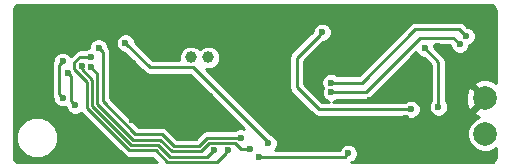
<source format=gbr>
G04 #@! TF.FileFunction,Copper,L2,Bot,Signal*
%FSLAX46Y46*%
G04 Gerber Fmt 4.6, Leading zero omitted, Abs format (unit mm)*
G04 Created by KiCad (PCBNEW 4.0.2-stable) date 2016年10月18日 星期二 03:38:32*
%MOMM*%
G01*
G04 APERTURE LIST*
%ADD10C,0.100000*%
%ADD11C,1.998980*%
%ADD12C,1.000760*%
%ADD13C,0.600000*%
%ADD14C,0.250000*%
%ADD15C,0.254000*%
G04 APERTURE END LIST*
D10*
D11*
X185000000Y-99000000D03*
X185000000Y-96000000D03*
D12*
X161575000Y-92525000D03*
X160076400Y-92525000D03*
D13*
X162850000Y-98500000D03*
X159050004Y-99325000D03*
X170900000Y-94275000D03*
X168650000Y-99525000D03*
X175225000Y-96100000D03*
X180975000Y-91525000D03*
X183475000Y-97775000D03*
X182550000Y-96675000D03*
X183425000Y-94275000D03*
X176375000Y-90675000D03*
X174200000Y-90675000D03*
X155100000Y-97825000D03*
X154400000Y-96725000D03*
X154400000Y-95950000D03*
X155200000Y-93025000D03*
X173250000Y-98175000D03*
X178300000Y-97625000D03*
X157300000Y-89725000D03*
X161575000Y-88500000D03*
X160075000Y-88500000D03*
X161675000Y-95825000D03*
X164600000Y-89225010D03*
X145600000Y-93425000D03*
X145600000Y-95925000D03*
X145600000Y-94750000D03*
X171200000Y-90400000D03*
X173425000Y-100650000D03*
X165875000Y-100975000D03*
X149225000Y-95934258D03*
X149225000Y-92850000D03*
X178725008Y-96900000D03*
X181050000Y-96725000D03*
X179900000Y-91749998D03*
X154550000Y-91300000D03*
X166625000Y-99800000D03*
X171950002Y-94650000D03*
X183400000Y-90725000D03*
X171963529Y-95474897D03*
X182855079Y-91418667D03*
X150303603Y-96560567D03*
X149667033Y-93815390D03*
X162010155Y-100400021D03*
X150855164Y-93244239D03*
X164296172Y-99319925D03*
X152269431Y-91715395D03*
X163253729Y-100400021D03*
X151644421Y-92482110D03*
X165125000Y-100275000D03*
X151644421Y-93374979D03*
D14*
X178725008Y-96900000D02*
X170900000Y-96900000D01*
X170900001Y-90699999D02*
X171200000Y-90400000D01*
X170900000Y-96900000D02*
X169050000Y-95050000D01*
X169050000Y-95050000D02*
X169050000Y-92550000D01*
X169050000Y-92550000D02*
X170900001Y-90699999D01*
X165875000Y-100975000D02*
X173100000Y-100975000D01*
X173100000Y-100975000D02*
X173425000Y-100650000D01*
X179900000Y-91749998D02*
X179900000Y-91750000D01*
X179900000Y-91750000D02*
X181050000Y-92900000D01*
X181050000Y-92900000D02*
X181050000Y-96725000D01*
X148925001Y-95634259D02*
X149225000Y-95934258D01*
X149225000Y-92850000D02*
X148925001Y-93149999D01*
X148925001Y-93149999D02*
X148925001Y-95634259D01*
X166625000Y-99800000D02*
X166625000Y-99700000D01*
X166625000Y-99700000D02*
X160275381Y-93350381D01*
X160275381Y-93350381D02*
X156600381Y-93350381D01*
X156600381Y-93350381D02*
X154550000Y-91300000D01*
X183400000Y-90725000D02*
X182825000Y-90150000D01*
X182825000Y-90150000D02*
X179100000Y-90150000D01*
X179100000Y-90150000D02*
X174600000Y-94650000D01*
X174600000Y-94650000D02*
X172374266Y-94650000D01*
X172374266Y-94650000D02*
X171950002Y-94650000D01*
X172387793Y-95474897D02*
X171963529Y-95474897D01*
X174886513Y-95474897D02*
X172387793Y-95474897D01*
X182855079Y-91418667D02*
X182311413Y-90875001D01*
X182311413Y-90875001D02*
X179486409Y-90875001D01*
X179486409Y-90875001D02*
X174886513Y-95474897D01*
X150003604Y-96260568D02*
X150303603Y-96560567D01*
X149967032Y-96223996D02*
X150003604Y-96260568D01*
X149967032Y-94115389D02*
X149967032Y-96223996D01*
X149667033Y-93815390D02*
X149967032Y-94115389D01*
X161485154Y-100925022D02*
X161710156Y-100700020D01*
X150855164Y-93532831D02*
X151725011Y-94402678D01*
X161710156Y-100700020D02*
X162010155Y-100400021D01*
X157286400Y-99924989D02*
X158286432Y-100925022D01*
X151725011Y-96622833D02*
X155027167Y-99924989D01*
X155027167Y-99924989D02*
X157286400Y-99924989D01*
X150855164Y-93244239D02*
X150855164Y-93532831D01*
X158286432Y-100925022D02*
X161485154Y-100925022D01*
X151725011Y-94402678D02*
X151725011Y-96622833D01*
X152625033Y-92070997D02*
X152625033Y-96250033D01*
X152625033Y-96250033D02*
X155399967Y-99024967D01*
X152269431Y-91715395D02*
X152625033Y-92070997D01*
X155399967Y-99024967D02*
X157659201Y-99024968D01*
X157659201Y-99024968D02*
X158659231Y-100025000D01*
X158659231Y-100025000D02*
X160750000Y-100025000D01*
X160750000Y-100025000D02*
X161450000Y-99325000D01*
X161450000Y-99325000D02*
X164291097Y-99325000D01*
X164291097Y-99325000D02*
X164296172Y-99319925D01*
X150230163Y-93544240D02*
X151275000Y-94589078D01*
X150230163Y-92944238D02*
X150230163Y-93544240D01*
X162953730Y-100700020D02*
X163253729Y-100400021D01*
X151275000Y-96809233D02*
X154840767Y-100375000D01*
X150692291Y-92482110D02*
X150230163Y-92944238D01*
X151275000Y-94589078D02*
X151275000Y-96809233D01*
X162278717Y-101375033D02*
X162953730Y-100700020D01*
X158100033Y-101375033D02*
X162278717Y-101375033D01*
X157100000Y-100375000D02*
X158100033Y-101375033D01*
X154840767Y-100375000D02*
X157100000Y-100375000D01*
X151644421Y-92482110D02*
X150692291Y-92482110D01*
X164357147Y-100275000D02*
X164700736Y-100275000D01*
X164700736Y-100275000D02*
X165125000Y-100275000D01*
X152175022Y-96436433D02*
X155213567Y-99474978D01*
X163857158Y-99775011D02*
X164357147Y-100275000D01*
X151644421Y-93374979D02*
X152175022Y-93905580D01*
X152175022Y-93905580D02*
X152175022Y-96436433D01*
X160936400Y-100475011D02*
X161636400Y-99775011D01*
X161636400Y-99775011D02*
X163857158Y-99775011D01*
X158472831Y-100475011D02*
X160936400Y-100475011D01*
X157472800Y-99474978D02*
X158472831Y-100475011D01*
X155213567Y-99474978D02*
X157472800Y-99474978D01*
D15*
G36*
X185655208Y-88125294D02*
X185786788Y-88213213D01*
X185874706Y-88344792D01*
X185917000Y-88557420D01*
X185917000Y-94697504D01*
X185873958Y-94581035D01*
X185264418Y-94354599D01*
X184614623Y-94378659D01*
X184126042Y-94581035D01*
X184027443Y-94847837D01*
X185000000Y-95820395D01*
X185014142Y-95806252D01*
X185193748Y-95985858D01*
X185179605Y-96000000D01*
X185193748Y-96014142D01*
X185014142Y-96193748D01*
X185000000Y-96179605D01*
X184027443Y-97152163D01*
X184126042Y-97418965D01*
X184522435Y-97566220D01*
X184147191Y-97721267D01*
X183722758Y-98144961D01*
X183492773Y-98698826D01*
X183492249Y-99298543D01*
X183721267Y-99852809D01*
X184144961Y-100277242D01*
X184698826Y-100507227D01*
X185298543Y-100507751D01*
X185852809Y-100278733D01*
X185917000Y-100214654D01*
X185917000Y-100942580D01*
X185874706Y-101155208D01*
X185786788Y-101286787D01*
X185655208Y-101374706D01*
X185442580Y-101417000D01*
X173684583Y-101417000D01*
X173882097Y-101335389D01*
X174109590Y-101108293D01*
X174232860Y-100811426D01*
X174233140Y-100489984D01*
X174110389Y-100192903D01*
X173883293Y-99965410D01*
X173586426Y-99842140D01*
X173264984Y-99841860D01*
X172967903Y-99964611D01*
X172740410Y-100191707D01*
X172678003Y-100342000D01*
X167225737Y-100342000D01*
X167309590Y-100258293D01*
X167432860Y-99961426D01*
X167433140Y-99639984D01*
X167310389Y-99342903D01*
X167083293Y-99115410D01*
X166830736Y-99010539D01*
X161339101Y-93518903D01*
X161373541Y-93533204D01*
X161774699Y-93533554D01*
X162145455Y-93380361D01*
X162429364Y-93096947D01*
X162583204Y-92726459D01*
X162583357Y-92550000D01*
X168416999Y-92550000D01*
X168417000Y-92550005D01*
X168417000Y-95049995D01*
X168416999Y-95050000D01*
X168465184Y-95292239D01*
X168602401Y-95497599D01*
X170452401Y-97347599D01*
X170657761Y-97484816D01*
X170900000Y-97533001D01*
X170900005Y-97533000D01*
X178215215Y-97533000D01*
X178266715Y-97584590D01*
X178563582Y-97707860D01*
X178885024Y-97708140D01*
X179182105Y-97585389D01*
X179409598Y-97358293D01*
X179532868Y-97061426D01*
X179533148Y-96739984D01*
X179410397Y-96442903D01*
X179183301Y-96215410D01*
X178886434Y-96092140D01*
X178564992Y-96091860D01*
X178267911Y-96214611D01*
X178215430Y-96267000D01*
X172162358Y-96267000D01*
X172420626Y-96160286D01*
X172473107Y-96107897D01*
X174886508Y-96107897D01*
X174886513Y-96107898D01*
X175128752Y-96059713D01*
X175334112Y-95922496D01*
X179166339Y-92090268D01*
X179214611Y-92207095D01*
X179441707Y-92434588D01*
X179738574Y-92557858D01*
X179812725Y-92557923D01*
X180417000Y-93162197D01*
X180417000Y-96215207D01*
X180365410Y-96266707D01*
X180242140Y-96563574D01*
X180241860Y-96885016D01*
X180364611Y-97182097D01*
X180591707Y-97409590D01*
X180888574Y-97532860D01*
X181210016Y-97533140D01*
X181507097Y-97410389D01*
X181734590Y-97183293D01*
X181857860Y-96886426D01*
X181858140Y-96564984D01*
X181735389Y-96267903D01*
X181683000Y-96215422D01*
X181683000Y-95735582D01*
X183354599Y-95735582D01*
X183378659Y-96385377D01*
X183581035Y-96873958D01*
X183847837Y-96972557D01*
X184820395Y-96000000D01*
X183847837Y-95027443D01*
X183581035Y-95126042D01*
X183354599Y-95735582D01*
X181683000Y-95735582D01*
X181683000Y-92900005D01*
X181683001Y-92900000D01*
X181641306Y-92690389D01*
X181634816Y-92657761D01*
X181497599Y-92452401D01*
X181497596Y-92452399D01*
X180708077Y-91662879D01*
X180708140Y-91589982D01*
X180674266Y-91508001D01*
X182047001Y-91508001D01*
X182046939Y-91578683D01*
X182169690Y-91875764D01*
X182396786Y-92103257D01*
X182693653Y-92226527D01*
X183015095Y-92226807D01*
X183312176Y-92104056D01*
X183539669Y-91876960D01*
X183662939Y-91580093D01*
X183663017Y-91490581D01*
X183857097Y-91410389D01*
X184084590Y-91183293D01*
X184207860Y-90886426D01*
X184208140Y-90564984D01*
X184085389Y-90267903D01*
X183858293Y-90040410D01*
X183561426Y-89917140D01*
X183487273Y-89917075D01*
X183272599Y-89702401D01*
X183067239Y-89565184D01*
X182825000Y-89516999D01*
X182824995Y-89517000D01*
X179100005Y-89517000D01*
X179100000Y-89516999D01*
X178857761Y-89565184D01*
X178652401Y-89702401D01*
X174337802Y-94017000D01*
X172459795Y-94017000D01*
X172408295Y-93965410D01*
X172111428Y-93842140D01*
X171789986Y-93841860D01*
X171492905Y-93964611D01*
X171265412Y-94191707D01*
X171142142Y-94488574D01*
X171141862Y-94810016D01*
X171253017Y-95079032D01*
X171155669Y-95313471D01*
X171155389Y-95634913D01*
X171278140Y-95931994D01*
X171505236Y-96159487D01*
X171764156Y-96267000D01*
X171162198Y-96267000D01*
X169683000Y-94787802D01*
X169683000Y-92812198D01*
X171287121Y-91208077D01*
X171360016Y-91208140D01*
X171657097Y-91085389D01*
X171884590Y-90858293D01*
X172007860Y-90561426D01*
X172008140Y-90239984D01*
X171885389Y-89942903D01*
X171658293Y-89715410D01*
X171361426Y-89592140D01*
X171039984Y-89591860D01*
X170742903Y-89714611D01*
X170515410Y-89941707D01*
X170392140Y-90238574D01*
X170392075Y-90312728D01*
X168602401Y-92102401D01*
X168465184Y-92307761D01*
X168416999Y-92550000D01*
X162583357Y-92550000D01*
X162583554Y-92325301D01*
X162430361Y-91954545D01*
X162146947Y-91670636D01*
X161776459Y-91516796D01*
X161375301Y-91516446D01*
X161004545Y-91669639D01*
X160825637Y-91848235D01*
X160648347Y-91670636D01*
X160277859Y-91516796D01*
X159876701Y-91516446D01*
X159505945Y-91669639D01*
X159222036Y-91953053D01*
X159068196Y-92323541D01*
X159067852Y-92717381D01*
X156862578Y-92717381D01*
X155358077Y-91212879D01*
X155358140Y-91139984D01*
X155235389Y-90842903D01*
X155008293Y-90615410D01*
X154711426Y-90492140D01*
X154389984Y-90491860D01*
X154092903Y-90614611D01*
X153865410Y-90841707D01*
X153742140Y-91138574D01*
X153741860Y-91460016D01*
X153864611Y-91757097D01*
X154091707Y-91984590D01*
X154388574Y-92107860D01*
X154462727Y-92107925D01*
X156152780Y-93797977D01*
X156152782Y-93797980D01*
X156358142Y-93935197D01*
X156398333Y-93943191D01*
X156600381Y-93983382D01*
X156600386Y-93983381D01*
X160013183Y-93983381D01*
X164601707Y-98571904D01*
X164457598Y-98512065D01*
X164136156Y-98511785D01*
X163839075Y-98634536D01*
X163781511Y-98692000D01*
X161450000Y-98692000D01*
X161207761Y-98740184D01*
X161002401Y-98877401D01*
X161002399Y-98877404D01*
X160487802Y-99392000D01*
X158921428Y-99392000D01*
X158106802Y-98577372D01*
X158106800Y-98577369D01*
X157901440Y-98440152D01*
X157901435Y-98440151D01*
X157659202Y-98391967D01*
X157659197Y-98391968D01*
X155662164Y-98391967D01*
X153258033Y-95987835D01*
X153258033Y-92070997D01*
X153209849Y-91828758D01*
X153077505Y-91630692D01*
X153077571Y-91555379D01*
X152954820Y-91258298D01*
X152727724Y-91030805D01*
X152430857Y-90907535D01*
X152109415Y-90907255D01*
X151812334Y-91030006D01*
X151584841Y-91257102D01*
X151461571Y-91553969D01*
X151461458Y-91683451D01*
X151187324Y-91796721D01*
X151134843Y-91849110D01*
X150692296Y-91849110D01*
X150692291Y-91849109D01*
X150490243Y-91889300D01*
X150450052Y-91897294D01*
X150244692Y-92034511D01*
X150244690Y-92034514D01*
X149898355Y-92380848D01*
X149683293Y-92165410D01*
X149386426Y-92042140D01*
X149064984Y-92041860D01*
X148767903Y-92164611D01*
X148540410Y-92391707D01*
X148417140Y-92688574D01*
X148417049Y-92792724D01*
X148340185Y-92907760D01*
X148292000Y-93149999D01*
X148292001Y-93150004D01*
X148292001Y-95634254D01*
X148292000Y-95634259D01*
X148340185Y-95876498D01*
X148416950Y-95991385D01*
X148416860Y-96094274D01*
X148539611Y-96391355D01*
X148766707Y-96618848D01*
X149063574Y-96742118D01*
X149385016Y-96742398D01*
X149495484Y-96696754D01*
X149495463Y-96720583D01*
X149618214Y-97017664D01*
X149845310Y-97245157D01*
X150142177Y-97368427D01*
X150463619Y-97368707D01*
X150760700Y-97245956D01*
X150796353Y-97210365D01*
X150827401Y-97256832D01*
X154393168Y-100822599D01*
X154598528Y-100959816D01*
X154840767Y-101008001D01*
X154840772Y-101008000D01*
X156837802Y-101008000D01*
X157246803Y-101417000D01*
X145557420Y-101417000D01*
X145344792Y-101374706D01*
X145213213Y-101286788D01*
X145125294Y-101155208D01*
X145083000Y-100942580D01*
X145083000Y-99662154D01*
X145307696Y-99662154D01*
X145574771Y-100308526D01*
X146068873Y-100803491D01*
X146714778Y-101071694D01*
X147414154Y-101072304D01*
X148060526Y-100805229D01*
X148555491Y-100311127D01*
X148823694Y-99665222D01*
X148824304Y-98965846D01*
X148557229Y-98319474D01*
X148063127Y-97824509D01*
X147417222Y-97556306D01*
X146717846Y-97555696D01*
X146071474Y-97822771D01*
X145576509Y-98316873D01*
X145308306Y-98962778D01*
X145307696Y-99662154D01*
X145083000Y-99662154D01*
X145083000Y-88557420D01*
X145125294Y-88344792D01*
X145213213Y-88213212D01*
X145344792Y-88125294D01*
X145557420Y-88083000D01*
X185442580Y-88083000D01*
X185655208Y-88125294D01*
X185655208Y-88125294D01*
G37*
X185655208Y-88125294D02*
X185786788Y-88213213D01*
X185874706Y-88344792D01*
X185917000Y-88557420D01*
X185917000Y-94697504D01*
X185873958Y-94581035D01*
X185264418Y-94354599D01*
X184614623Y-94378659D01*
X184126042Y-94581035D01*
X184027443Y-94847837D01*
X185000000Y-95820395D01*
X185014142Y-95806252D01*
X185193748Y-95985858D01*
X185179605Y-96000000D01*
X185193748Y-96014142D01*
X185014142Y-96193748D01*
X185000000Y-96179605D01*
X184027443Y-97152163D01*
X184126042Y-97418965D01*
X184522435Y-97566220D01*
X184147191Y-97721267D01*
X183722758Y-98144961D01*
X183492773Y-98698826D01*
X183492249Y-99298543D01*
X183721267Y-99852809D01*
X184144961Y-100277242D01*
X184698826Y-100507227D01*
X185298543Y-100507751D01*
X185852809Y-100278733D01*
X185917000Y-100214654D01*
X185917000Y-100942580D01*
X185874706Y-101155208D01*
X185786788Y-101286787D01*
X185655208Y-101374706D01*
X185442580Y-101417000D01*
X173684583Y-101417000D01*
X173882097Y-101335389D01*
X174109590Y-101108293D01*
X174232860Y-100811426D01*
X174233140Y-100489984D01*
X174110389Y-100192903D01*
X173883293Y-99965410D01*
X173586426Y-99842140D01*
X173264984Y-99841860D01*
X172967903Y-99964611D01*
X172740410Y-100191707D01*
X172678003Y-100342000D01*
X167225737Y-100342000D01*
X167309590Y-100258293D01*
X167432860Y-99961426D01*
X167433140Y-99639984D01*
X167310389Y-99342903D01*
X167083293Y-99115410D01*
X166830736Y-99010539D01*
X161339101Y-93518903D01*
X161373541Y-93533204D01*
X161774699Y-93533554D01*
X162145455Y-93380361D01*
X162429364Y-93096947D01*
X162583204Y-92726459D01*
X162583357Y-92550000D01*
X168416999Y-92550000D01*
X168417000Y-92550005D01*
X168417000Y-95049995D01*
X168416999Y-95050000D01*
X168465184Y-95292239D01*
X168602401Y-95497599D01*
X170452401Y-97347599D01*
X170657761Y-97484816D01*
X170900000Y-97533001D01*
X170900005Y-97533000D01*
X178215215Y-97533000D01*
X178266715Y-97584590D01*
X178563582Y-97707860D01*
X178885024Y-97708140D01*
X179182105Y-97585389D01*
X179409598Y-97358293D01*
X179532868Y-97061426D01*
X179533148Y-96739984D01*
X179410397Y-96442903D01*
X179183301Y-96215410D01*
X178886434Y-96092140D01*
X178564992Y-96091860D01*
X178267911Y-96214611D01*
X178215430Y-96267000D01*
X172162358Y-96267000D01*
X172420626Y-96160286D01*
X172473107Y-96107897D01*
X174886508Y-96107897D01*
X174886513Y-96107898D01*
X175128752Y-96059713D01*
X175334112Y-95922496D01*
X179166339Y-92090268D01*
X179214611Y-92207095D01*
X179441707Y-92434588D01*
X179738574Y-92557858D01*
X179812725Y-92557923D01*
X180417000Y-93162197D01*
X180417000Y-96215207D01*
X180365410Y-96266707D01*
X180242140Y-96563574D01*
X180241860Y-96885016D01*
X180364611Y-97182097D01*
X180591707Y-97409590D01*
X180888574Y-97532860D01*
X181210016Y-97533140D01*
X181507097Y-97410389D01*
X181734590Y-97183293D01*
X181857860Y-96886426D01*
X181858140Y-96564984D01*
X181735389Y-96267903D01*
X181683000Y-96215422D01*
X181683000Y-95735582D01*
X183354599Y-95735582D01*
X183378659Y-96385377D01*
X183581035Y-96873958D01*
X183847837Y-96972557D01*
X184820395Y-96000000D01*
X183847837Y-95027443D01*
X183581035Y-95126042D01*
X183354599Y-95735582D01*
X181683000Y-95735582D01*
X181683000Y-92900005D01*
X181683001Y-92900000D01*
X181641306Y-92690389D01*
X181634816Y-92657761D01*
X181497599Y-92452401D01*
X181497596Y-92452399D01*
X180708077Y-91662879D01*
X180708140Y-91589982D01*
X180674266Y-91508001D01*
X182047001Y-91508001D01*
X182046939Y-91578683D01*
X182169690Y-91875764D01*
X182396786Y-92103257D01*
X182693653Y-92226527D01*
X183015095Y-92226807D01*
X183312176Y-92104056D01*
X183539669Y-91876960D01*
X183662939Y-91580093D01*
X183663017Y-91490581D01*
X183857097Y-91410389D01*
X184084590Y-91183293D01*
X184207860Y-90886426D01*
X184208140Y-90564984D01*
X184085389Y-90267903D01*
X183858293Y-90040410D01*
X183561426Y-89917140D01*
X183487273Y-89917075D01*
X183272599Y-89702401D01*
X183067239Y-89565184D01*
X182825000Y-89516999D01*
X182824995Y-89517000D01*
X179100005Y-89517000D01*
X179100000Y-89516999D01*
X178857761Y-89565184D01*
X178652401Y-89702401D01*
X174337802Y-94017000D01*
X172459795Y-94017000D01*
X172408295Y-93965410D01*
X172111428Y-93842140D01*
X171789986Y-93841860D01*
X171492905Y-93964611D01*
X171265412Y-94191707D01*
X171142142Y-94488574D01*
X171141862Y-94810016D01*
X171253017Y-95079032D01*
X171155669Y-95313471D01*
X171155389Y-95634913D01*
X171278140Y-95931994D01*
X171505236Y-96159487D01*
X171764156Y-96267000D01*
X171162198Y-96267000D01*
X169683000Y-94787802D01*
X169683000Y-92812198D01*
X171287121Y-91208077D01*
X171360016Y-91208140D01*
X171657097Y-91085389D01*
X171884590Y-90858293D01*
X172007860Y-90561426D01*
X172008140Y-90239984D01*
X171885389Y-89942903D01*
X171658293Y-89715410D01*
X171361426Y-89592140D01*
X171039984Y-89591860D01*
X170742903Y-89714611D01*
X170515410Y-89941707D01*
X170392140Y-90238574D01*
X170392075Y-90312728D01*
X168602401Y-92102401D01*
X168465184Y-92307761D01*
X168416999Y-92550000D01*
X162583357Y-92550000D01*
X162583554Y-92325301D01*
X162430361Y-91954545D01*
X162146947Y-91670636D01*
X161776459Y-91516796D01*
X161375301Y-91516446D01*
X161004545Y-91669639D01*
X160825637Y-91848235D01*
X160648347Y-91670636D01*
X160277859Y-91516796D01*
X159876701Y-91516446D01*
X159505945Y-91669639D01*
X159222036Y-91953053D01*
X159068196Y-92323541D01*
X159067852Y-92717381D01*
X156862578Y-92717381D01*
X155358077Y-91212879D01*
X155358140Y-91139984D01*
X155235389Y-90842903D01*
X155008293Y-90615410D01*
X154711426Y-90492140D01*
X154389984Y-90491860D01*
X154092903Y-90614611D01*
X153865410Y-90841707D01*
X153742140Y-91138574D01*
X153741860Y-91460016D01*
X153864611Y-91757097D01*
X154091707Y-91984590D01*
X154388574Y-92107860D01*
X154462727Y-92107925D01*
X156152780Y-93797977D01*
X156152782Y-93797980D01*
X156358142Y-93935197D01*
X156398333Y-93943191D01*
X156600381Y-93983382D01*
X156600386Y-93983381D01*
X160013183Y-93983381D01*
X164601707Y-98571904D01*
X164457598Y-98512065D01*
X164136156Y-98511785D01*
X163839075Y-98634536D01*
X163781511Y-98692000D01*
X161450000Y-98692000D01*
X161207761Y-98740184D01*
X161002401Y-98877401D01*
X161002399Y-98877404D01*
X160487802Y-99392000D01*
X158921428Y-99392000D01*
X158106802Y-98577372D01*
X158106800Y-98577369D01*
X157901440Y-98440152D01*
X157901435Y-98440151D01*
X157659202Y-98391967D01*
X157659197Y-98391968D01*
X155662164Y-98391967D01*
X153258033Y-95987835D01*
X153258033Y-92070997D01*
X153209849Y-91828758D01*
X153077505Y-91630692D01*
X153077571Y-91555379D01*
X152954820Y-91258298D01*
X152727724Y-91030805D01*
X152430857Y-90907535D01*
X152109415Y-90907255D01*
X151812334Y-91030006D01*
X151584841Y-91257102D01*
X151461571Y-91553969D01*
X151461458Y-91683451D01*
X151187324Y-91796721D01*
X151134843Y-91849110D01*
X150692296Y-91849110D01*
X150692291Y-91849109D01*
X150490243Y-91889300D01*
X150450052Y-91897294D01*
X150244692Y-92034511D01*
X150244690Y-92034514D01*
X149898355Y-92380848D01*
X149683293Y-92165410D01*
X149386426Y-92042140D01*
X149064984Y-92041860D01*
X148767903Y-92164611D01*
X148540410Y-92391707D01*
X148417140Y-92688574D01*
X148417049Y-92792724D01*
X148340185Y-92907760D01*
X148292000Y-93149999D01*
X148292001Y-93150004D01*
X148292001Y-95634254D01*
X148292000Y-95634259D01*
X148340185Y-95876498D01*
X148416950Y-95991385D01*
X148416860Y-96094274D01*
X148539611Y-96391355D01*
X148766707Y-96618848D01*
X149063574Y-96742118D01*
X149385016Y-96742398D01*
X149495484Y-96696754D01*
X149495463Y-96720583D01*
X149618214Y-97017664D01*
X149845310Y-97245157D01*
X150142177Y-97368427D01*
X150463619Y-97368707D01*
X150760700Y-97245956D01*
X150796353Y-97210365D01*
X150827401Y-97256832D01*
X154393168Y-100822599D01*
X154598528Y-100959816D01*
X154840767Y-101008001D01*
X154840772Y-101008000D01*
X156837802Y-101008000D01*
X157246803Y-101417000D01*
X145557420Y-101417000D01*
X145344792Y-101374706D01*
X145213213Y-101286788D01*
X145125294Y-101155208D01*
X145083000Y-100942580D01*
X145083000Y-99662154D01*
X145307696Y-99662154D01*
X145574771Y-100308526D01*
X146068873Y-100803491D01*
X146714778Y-101071694D01*
X147414154Y-101072304D01*
X148060526Y-100805229D01*
X148555491Y-100311127D01*
X148823694Y-99665222D01*
X148824304Y-98965846D01*
X148557229Y-98319474D01*
X148063127Y-97824509D01*
X147417222Y-97556306D01*
X146717846Y-97555696D01*
X146071474Y-97822771D01*
X145576509Y-98316873D01*
X145308306Y-98962778D01*
X145307696Y-99662154D01*
X145083000Y-99662154D01*
X145083000Y-88557420D01*
X145125294Y-88344792D01*
X145213213Y-88213212D01*
X145344792Y-88125294D01*
X145557420Y-88083000D01*
X185442580Y-88083000D01*
X185655208Y-88125294D01*
M02*

</source>
